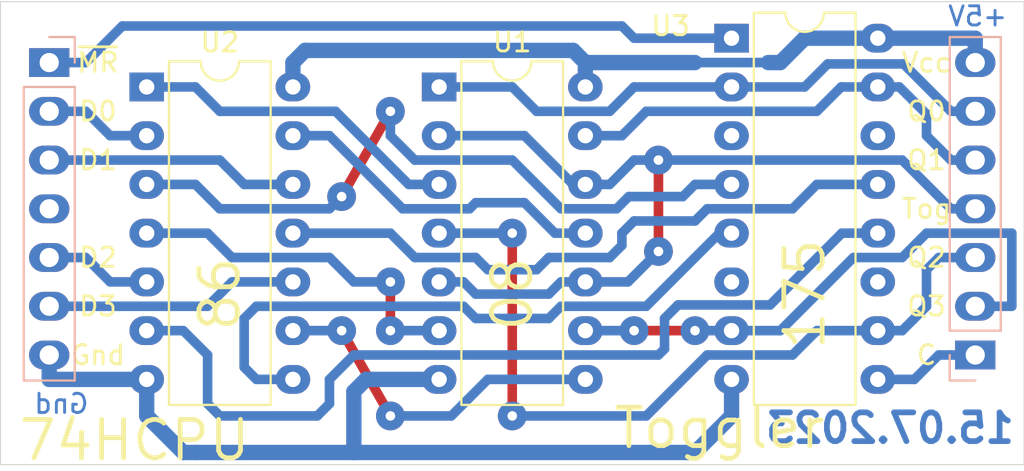
<source format=kicad_pcb>
(kicad_pcb (version 20171130) (host pcbnew "(5.1.8)-1")

  (general
    (thickness 1.6)
    (drawings 25)
    (tracks 202)
    (zones 0)
    (modules 5)
    (nets 27)
  )

  (page A4 portrait)
  (layers
    (0 F.Cu signal)
    (31 B.Cu signal)
    (32 B.Adhes user)
    (33 F.Adhes user)
    (34 B.Paste user)
    (35 F.Paste user)
    (36 B.SilkS user)
    (37 F.SilkS user)
    (38 B.Mask user)
    (39 F.Mask user)
    (40 Dwgs.User user)
    (41 Cmts.User user)
    (42 Eco1.User user)
    (43 Eco2.User user)
    (44 Edge.Cuts user)
    (45 Margin user)
    (46 B.CrtYd user)
    (47 F.CrtYd user)
    (48 B.Fab user)
    (49 F.Fab user)
  )

  (setup
    (last_trace_width 0.25)
    (user_trace_width 0.5)
    (user_trace_width 0.6)
    (user_trace_width 0.8)
    (trace_clearance 0.2)
    (zone_clearance 0.508)
    (zone_45_only no)
    (trace_min 0.2)
    (via_size 0.8)
    (via_drill 0.4)
    (via_min_size 0.4)
    (via_min_drill 0.3)
    (user_via 1.5 0.5)
    (uvia_size 0.3)
    (uvia_drill 0.1)
    (uvias_allowed no)
    (uvia_min_size 0.2)
    (uvia_min_drill 0.1)
    (edge_width 0.05)
    (segment_width 0.2)
    (pcb_text_width 0.3)
    (pcb_text_size 1.5 1.5)
    (mod_edge_width 0.12)
    (mod_text_size 1 1)
    (mod_text_width 0.15)
    (pad_size 1.524 1.524)
    (pad_drill 0.762)
    (pad_to_mask_clearance 0)
    (aux_axis_origin 0 0)
    (visible_elements 7FFFFFFF)
    (pcbplotparams
      (layerselection 0x010fc_ffffffff)
      (usegerberextensions false)
      (usegerberattributes true)
      (usegerberadvancedattributes true)
      (creategerberjobfile false)
      (excludeedgelayer true)
      (linewidth 0.100000)
      (plotframeref false)
      (viasonmask false)
      (mode 1)
      (useauxorigin false)
      (hpglpennumber 1)
      (hpglpenspeed 20)
      (hpglpendiameter 15.000000)
      (psnegative false)
      (psa4output false)
      (plotreference true)
      (plotvalue true)
      (plotinvisibletext false)
      (padsonsilk false)
      (subtractmaskfromsilk false)
      (outputformat 1)
      (mirror false)
      (drillshape 0)
      (scaleselection 1)
      (outputdirectory "gerber"))
  )

  (net 0 "")
  (net 1 /~MR)
  (net 2 /D0)
  (net 3 /D1)
  (net 4 /D2)
  (net 5 /D3)
  (net 6 /C)
  (net 7 GND)
  (net 8 VCC)
  (net 9 /Q0)
  (net 10 /Q1)
  (net 11 /Q2)
  (net 12 /Q3)
  (net 13 /Toggle)
  (net 14 "Net-(U1-Pad8)")
  (net 15 "Net-(U1-Pad3)")
  (net 16 "Net-(U1-Pad11)")
  (net 17 "Net-(U1-Pad6)")
  (net 18 "Net-(U3-Pad3)")
  (net 19 "Net-(U3-Pad11)")
  (net 20 "Net-(U3-Pad6)")
  (net 21 "Net-(U3-Pad14)")
  (net 22 /M2)
  (net 23 /M1)
  (net 24 /M0)
  (net 25 /M3)
  (net 26 "Net-(J1-Pad4)")

  (net_class Default "This is the default net class."
    (clearance 0.2)
    (trace_width 0.25)
    (via_dia 0.8)
    (via_drill 0.4)
    (uvia_dia 0.3)
    (uvia_drill 0.1)
    (add_net /C)
    (add_net /D0)
    (add_net /D1)
    (add_net /D2)
    (add_net /D3)
    (add_net /M0)
    (add_net /M1)
    (add_net /M2)
    (add_net /M3)
    (add_net /Q0)
    (add_net /Q1)
    (add_net /Q2)
    (add_net /Q3)
    (add_net /Toggle)
    (add_net /~MR)
    (add_net GND)
    (add_net "Net-(J1-Pad4)")
    (add_net "Net-(U1-Pad11)")
    (add_net "Net-(U1-Pad3)")
    (add_net "Net-(U1-Pad6)")
    (add_net "Net-(U1-Pad8)")
    (add_net "Net-(U3-Pad11)")
    (add_net "Net-(U3-Pad14)")
    (add_net "Net-(U3-Pad3)")
    (add_net "Net-(U3-Pad6)")
    (add_net VCC)
  )

  (module Connector_PinHeader_2.54mm:PinHeader_1x07_P2.54mm_Vertical (layer B.Cu) (tedit 59FED5CC) (tstamp 64B21474)
    (at 12.7 13.335 180)
    (descr "Through hole straight pin header, 1x07, 2.54mm pitch, single row")
    (tags "Through hole pin header THT 1x07 2.54mm single row")
    (path /64B4AD94)
    (fp_text reference J1 (at -2.54 0) (layer B.SilkS) hide
      (effects (font (size 1 1) (thickness 0.15)) (justify mirror))
    )
    (fp_text value Conn_01x07_Male (at -2.54 -6.35 270) (layer B.Fab)
      (effects (font (size 1 1) (thickness 0.15)) (justify mirror))
    )
    (fp_line (start 1.8 1.8) (end -1.8 1.8) (layer B.CrtYd) (width 0.05))
    (fp_line (start 1.8 -17.05) (end 1.8 1.8) (layer B.CrtYd) (width 0.05))
    (fp_line (start -1.8 -17.05) (end 1.8 -17.05) (layer B.CrtYd) (width 0.05))
    (fp_line (start -1.8 1.8) (end -1.8 -17.05) (layer B.CrtYd) (width 0.05))
    (fp_line (start -1.33 1.33) (end 0 1.33) (layer B.SilkS) (width 0.12))
    (fp_line (start -1.33 0) (end -1.33 1.33) (layer B.SilkS) (width 0.12))
    (fp_line (start -1.33 -1.27) (end 1.33 -1.27) (layer B.SilkS) (width 0.12))
    (fp_line (start 1.33 -1.27) (end 1.33 -16.57) (layer B.SilkS) (width 0.12))
    (fp_line (start -1.33 -1.27) (end -1.33 -16.57) (layer B.SilkS) (width 0.12))
    (fp_line (start -1.33 -16.57) (end 1.33 -16.57) (layer B.SilkS) (width 0.12))
    (fp_line (start -1.27 0.635) (end -0.635 1.27) (layer B.Fab) (width 0.1))
    (fp_line (start -1.27 -16.51) (end -1.27 0.635) (layer B.Fab) (width 0.1))
    (fp_line (start 1.27 -16.51) (end -1.27 -16.51) (layer B.Fab) (width 0.1))
    (fp_line (start 1.27 1.27) (end 1.27 -16.51) (layer B.Fab) (width 0.1))
    (fp_line (start -0.635 1.27) (end 1.27 1.27) (layer B.Fab) (width 0.1))
    (fp_text user %R (at 0 -7.62 270) (layer B.Fab)
      (effects (font (size 1 1) (thickness 0.15)) (justify mirror))
    )
    (pad 1 thru_hole rect (at 0 0 180) (size 2.1 1.5) (drill 1) (layers *.Cu *.Mask)
      (net 1 /~MR))
    (pad 2 thru_hole oval (at 0 -2.54 180) (size 2.1 1.5) (drill 1) (layers *.Cu *.Mask)
      (net 2 /D0))
    (pad 3 thru_hole oval (at 0 -5.08 180) (size 2.1 1.5) (drill 1) (layers *.Cu *.Mask)
      (net 3 /D1))
    (pad 4 thru_hole oval (at 0 -7.62 180) (size 2.1 1.5) (drill 1) (layers *.Cu *.Mask)
      (net 26 "Net-(J1-Pad4)"))
    (pad 5 thru_hole oval (at 0 -10.16 180) (size 2.1 1.5) (drill 1) (layers *.Cu *.Mask)
      (net 4 /D2))
    (pad 6 thru_hole oval (at 0 -12.7 180) (size 2.1 1.5) (drill 1) (layers *.Cu *.Mask)
      (net 5 /D3))
    (pad 7 thru_hole oval (at 0 -15.24 180) (size 2.1 1.5) (drill 1) (layers *.Cu *.Mask)
      (net 7 GND))
    (model ${KISYS3DMOD}/Connector_PinHeader_2.54mm.3dshapes/PinHeader_1x07_P2.54mm_Vertical.wrl
      (at (xyz 0 0 0))
      (scale (xyz 1 1 1))
      (rotate (xyz 0 0 0))
    )
  )

  (module Connector_PinHeader_2.54mm:PinHeader_1x07_P2.54mm_Vertical (layer B.Cu) (tedit 59FED5CC) (tstamp 64B2672A)
    (at 60.96 28.575)
    (descr "Through hole straight pin header, 1x07, 2.54mm pitch, single row")
    (tags "Through hole pin header THT 1x07 2.54mm single row")
    (path /64B4CB3A)
    (fp_text reference J2 (at 0 2.33) (layer B.SilkS) hide
      (effects (font (size 1 1) (thickness 0.15)) (justify mirror))
    )
    (fp_text value Conn_01x07_Male (at -2.54 -7.62 270) (layer B.Fab)
      (effects (font (size 1 1) (thickness 0.15)) (justify mirror))
    )
    (fp_line (start -0.635 1.27) (end 1.27 1.27) (layer B.Fab) (width 0.1))
    (fp_line (start 1.27 1.27) (end 1.27 -16.51) (layer B.Fab) (width 0.1))
    (fp_line (start 1.27 -16.51) (end -1.27 -16.51) (layer B.Fab) (width 0.1))
    (fp_line (start -1.27 -16.51) (end -1.27 0.635) (layer B.Fab) (width 0.1))
    (fp_line (start -1.27 0.635) (end -0.635 1.27) (layer B.Fab) (width 0.1))
    (fp_line (start -1.33 -16.57) (end 1.33 -16.57) (layer B.SilkS) (width 0.12))
    (fp_line (start -1.33 -1.27) (end -1.33 -16.57) (layer B.SilkS) (width 0.12))
    (fp_line (start 1.33 -1.27) (end 1.33 -16.57) (layer B.SilkS) (width 0.12))
    (fp_line (start -1.33 -1.27) (end 1.33 -1.27) (layer B.SilkS) (width 0.12))
    (fp_line (start -1.33 0) (end -1.33 1.33) (layer B.SilkS) (width 0.12))
    (fp_line (start -1.33 1.33) (end 0 1.33) (layer B.SilkS) (width 0.12))
    (fp_line (start -1.8 1.8) (end -1.8 -17.05) (layer B.CrtYd) (width 0.05))
    (fp_line (start -1.8 -17.05) (end 1.8 -17.05) (layer B.CrtYd) (width 0.05))
    (fp_line (start 1.8 -17.05) (end 1.8 1.8) (layer B.CrtYd) (width 0.05))
    (fp_line (start 1.8 1.8) (end -1.8 1.8) (layer B.CrtYd) (width 0.05))
    (fp_text user %R (at 0 -7.62 270) (layer B.Fab)
      (effects (font (size 1 1) (thickness 0.15)) (justify mirror))
    )
    (pad 7 thru_hole oval (at 0 -15.24) (size 2.1 1.5) (drill 1) (layers *.Cu *.Mask)
      (net 8 VCC))
    (pad 6 thru_hole oval (at 0 -12.7) (size 2.1 1.5) (drill 1) (layers *.Cu *.Mask)
      (net 9 /Q0))
    (pad 5 thru_hole oval (at 0 -10.16) (size 2.1 1.5) (drill 1) (layers *.Cu *.Mask)
      (net 10 /Q1))
    (pad 4 thru_hole oval (at 0 -7.62) (size 2.1 1.5) (drill 1) (layers *.Cu *.Mask)
      (net 13 /Toggle))
    (pad 3 thru_hole oval (at 0 -5.08) (size 2.1 1.5) (drill 1) (layers *.Cu *.Mask)
      (net 11 /Q2))
    (pad 2 thru_hole oval (at 0 -2.54) (size 2.1 1.5) (drill 1) (layers *.Cu *.Mask)
      (net 12 /Q3))
    (pad 1 thru_hole rect (at 0 0) (size 2.1 1.5) (drill 1) (layers *.Cu *.Mask)
      (net 6 /C))
    (model ${KISYS3DMOD}/Connector_PinHeader_2.54mm.3dshapes/PinHeader_1x07_P2.54mm_Vertical.wrl
      (at (xyz 0 0 0))
      (scale (xyz 1 1 1))
      (rotate (xyz 0 0 0))
    )
  )

  (module Package_DIP:DIP-14_W7.62mm (layer F.Cu) (tedit 5A02E8C5) (tstamp 64B214B1)
    (at 33.02 14.605)
    (descr "14-lead though-hole mounted DIP package, row spacing 7.62 mm (300 mils)")
    (tags "THT DIP DIL PDIP 2.54mm 7.62mm 300mil")
    (path /64B1CD71)
    (fp_text reference U1 (at 3.81 -2.33) (layer F.SilkS)
      (effects (font (size 1 1) (thickness 0.15)))
    )
    (fp_text value 74LS08 (at 3.81 17.57) (layer F.Fab)
      (effects (font (size 1 1) (thickness 0.15)))
    )
    (fp_line (start 8.7 -1.55) (end -1.1 -1.55) (layer F.CrtYd) (width 0.05))
    (fp_line (start 8.7 16.8) (end 8.7 -1.55) (layer F.CrtYd) (width 0.05))
    (fp_line (start -1.1 16.8) (end 8.7 16.8) (layer F.CrtYd) (width 0.05))
    (fp_line (start -1.1 -1.55) (end -1.1 16.8) (layer F.CrtYd) (width 0.05))
    (fp_line (start 6.46 -1.33) (end 4.81 -1.33) (layer F.SilkS) (width 0.12))
    (fp_line (start 6.46 16.57) (end 6.46 -1.33) (layer F.SilkS) (width 0.12))
    (fp_line (start 1.16 16.57) (end 6.46 16.57) (layer F.SilkS) (width 0.12))
    (fp_line (start 1.16 -1.33) (end 1.16 16.57) (layer F.SilkS) (width 0.12))
    (fp_line (start 2.81 -1.33) (end 1.16 -1.33) (layer F.SilkS) (width 0.12))
    (fp_line (start 0.635 -0.27) (end 1.635 -1.27) (layer F.Fab) (width 0.1))
    (fp_line (start 0.635 16.51) (end 0.635 -0.27) (layer F.Fab) (width 0.1))
    (fp_line (start 6.985 16.51) (end 0.635 16.51) (layer F.Fab) (width 0.1))
    (fp_line (start 6.985 -1.27) (end 6.985 16.51) (layer F.Fab) (width 0.1))
    (fp_line (start 1.635 -1.27) (end 6.985 -1.27) (layer F.Fab) (width 0.1))
    (fp_arc (start 3.81 -1.33) (end 2.81 -1.33) (angle -180) (layer F.SilkS) (width 0.12))
    (fp_text user %R (at 3.81 7.62) (layer F.Fab)
      (effects (font (size 1 1) (thickness 0.15)))
    )
    (pad 1 thru_hole rect (at 0 0) (size 1.8 1.5) (drill 0.8) (layers *.Cu *.Mask)
      (net 9 /Q0))
    (pad 8 thru_hole oval (at 7.62 15.24) (size 1.8 1.5) (drill 0.8) (layers *.Cu *.Mask)
      (net 14 "Net-(U1-Pad8)"))
    (pad 2 thru_hole oval (at 0 2.54) (size 1.8 1.5) (drill 0.8) (layers *.Cu *.Mask)
      (net 13 /Toggle))
    (pad 9 thru_hole oval (at 7.62 12.7) (size 1.8 1.5) (drill 0.8) (layers *.Cu *.Mask)
      (net 12 /Q3))
    (pad 3 thru_hole oval (at 0 5.08) (size 1.8 1.5) (drill 0.8) (layers *.Cu *.Mask)
      (net 15 "Net-(U1-Pad3)"))
    (pad 10 thru_hole oval (at 7.62 10.16) (size 1.8 1.5) (drill 0.8) (layers *.Cu *.Mask)
      (net 13 /Toggle))
    (pad 4 thru_hole oval (at 0 7.62) (size 1.8 1.5) (drill 0.8) (layers *.Cu *.Mask)
      (net 11 /Q2))
    (pad 11 thru_hole oval (at 7.62 7.62) (size 1.8 1.5) (drill 0.8) (layers *.Cu *.Mask)
      (net 16 "Net-(U1-Pad11)"))
    (pad 5 thru_hole oval (at 0 10.16) (size 1.8 1.5) (drill 0.8) (layers *.Cu *.Mask)
      (net 13 /Toggle))
    (pad 12 thru_hole oval (at 7.62 5.08) (size 1.8 1.5) (drill 0.8) (layers *.Cu *.Mask)
      (net 13 /Toggle))
    (pad 6 thru_hole oval (at 0 12.7) (size 1.8 1.5) (drill 0.8) (layers *.Cu *.Mask)
      (net 17 "Net-(U1-Pad6)"))
    (pad 13 thru_hole oval (at 7.62 2.54) (size 1.8 1.5) (drill 0.8) (layers *.Cu *.Mask)
      (net 10 /Q1))
    (pad 7 thru_hole oval (at 0 15.24) (size 1.8 1.5) (drill 0.8) (layers *.Cu *.Mask)
      (net 7 GND))
    (pad 14 thru_hole oval (at 7.62 0) (size 1.8 1.5) (drill 0.8) (layers *.Cu *.Mask)
      (net 8 VCC))
    (model ${KISYS3DMOD}/Package_DIP.3dshapes/DIP-14_W7.62mm.wrl
      (at (xyz 0 0 0))
      (scale (xyz 1 1 1))
      (rotate (xyz 0 0 0))
    )
  )

  (module Package_DIP:DIP-14_W7.62mm (layer F.Cu) (tedit 5A02E8C5) (tstamp 64B214D3)
    (at 17.78 14.605)
    (descr "14-lead though-hole mounted DIP package, row spacing 7.62 mm (300 mils)")
    (tags "THT DIP DIL PDIP 2.54mm 7.62mm 300mil")
    (path /64B23714)
    (fp_text reference U2 (at 3.81 -2.33) (layer F.SilkS)
      (effects (font (size 1 1) (thickness 0.15)))
    )
    (fp_text value 74LS86 (at 3.81 17.57) (layer F.Fab)
      (effects (font (size 1 1) (thickness 0.15)))
    )
    (fp_line (start 1.635 -1.27) (end 6.985 -1.27) (layer F.Fab) (width 0.1))
    (fp_line (start 6.985 -1.27) (end 6.985 16.51) (layer F.Fab) (width 0.1))
    (fp_line (start 6.985 16.51) (end 0.635 16.51) (layer F.Fab) (width 0.1))
    (fp_line (start 0.635 16.51) (end 0.635 -0.27) (layer F.Fab) (width 0.1))
    (fp_line (start 0.635 -0.27) (end 1.635 -1.27) (layer F.Fab) (width 0.1))
    (fp_line (start 2.81 -1.33) (end 1.16 -1.33) (layer F.SilkS) (width 0.12))
    (fp_line (start 1.16 -1.33) (end 1.16 16.57) (layer F.SilkS) (width 0.12))
    (fp_line (start 1.16 16.57) (end 6.46 16.57) (layer F.SilkS) (width 0.12))
    (fp_line (start 6.46 16.57) (end 6.46 -1.33) (layer F.SilkS) (width 0.12))
    (fp_line (start 6.46 -1.33) (end 4.81 -1.33) (layer F.SilkS) (width 0.12))
    (fp_line (start -1.1 -1.55) (end -1.1 16.8) (layer F.CrtYd) (width 0.05))
    (fp_line (start -1.1 16.8) (end 8.7 16.8) (layer F.CrtYd) (width 0.05))
    (fp_line (start 8.7 16.8) (end 8.7 -1.55) (layer F.CrtYd) (width 0.05))
    (fp_line (start 8.7 -1.55) (end -1.1 -1.55) (layer F.CrtYd) (width 0.05))
    (fp_text user %R (at 3.81 7.62) (layer F.Fab)
      (effects (font (size 1 1) (thickness 0.15)))
    )
    (fp_arc (start 3.81 -1.33) (end 2.81 -1.33) (angle -180) (layer F.SilkS) (width 0.12))
    (pad 14 thru_hole oval (at 7.62 0) (size 1.8 1.5) (drill 0.8) (layers *.Cu *.Mask)
      (net 8 VCC))
    (pad 7 thru_hole oval (at 0 15.24) (size 1.8 1.5) (drill 0.8) (layers *.Cu *.Mask)
      (net 7 GND))
    (pad 13 thru_hole oval (at 7.62 2.54) (size 1.8 1.5) (drill 0.8) (layers *.Cu *.Mask)
      (net 16 "Net-(U1-Pad11)"))
    (pad 6 thru_hole oval (at 0 12.7) (size 1.8 1.5) (drill 0.8) (layers *.Cu *.Mask)
      (net 22 /M2))
    (pad 12 thru_hole oval (at 7.62 5.08) (size 1.8 1.5) (drill 0.8) (layers *.Cu *.Mask)
      (net 3 /D1))
    (pad 5 thru_hole oval (at 0 10.16) (size 1.8 1.5) (drill 0.8) (layers *.Cu *.Mask)
      (net 4 /D2))
    (pad 11 thru_hole oval (at 7.62 7.62) (size 1.8 1.5) (drill 0.8) (layers *.Cu *.Mask)
      (net 23 /M1))
    (pad 4 thru_hole oval (at 0 7.62) (size 1.8 1.5) (drill 0.8) (layers *.Cu *.Mask)
      (net 17 "Net-(U1-Pad6)"))
    (pad 10 thru_hole oval (at 7.62 10.16) (size 1.8 1.5) (drill 0.8) (layers *.Cu *.Mask)
      (net 5 /D3))
    (pad 3 thru_hole oval (at 0 5.08) (size 1.8 1.5) (drill 0.8) (layers *.Cu *.Mask)
      (net 24 /M0))
    (pad 9 thru_hole oval (at 7.62 12.7) (size 1.8 1.5) (drill 0.8) (layers *.Cu *.Mask)
      (net 14 "Net-(U1-Pad8)"))
    (pad 2 thru_hole oval (at 0 2.54) (size 1.8 1.5) (drill 0.8) (layers *.Cu *.Mask)
      (net 2 /D0))
    (pad 8 thru_hole oval (at 7.62 15.24) (size 1.8 1.5) (drill 0.8) (layers *.Cu *.Mask)
      (net 25 /M3))
    (pad 1 thru_hole rect (at 0 0) (size 1.8 1.5) (drill 0.8) (layers *.Cu *.Mask)
      (net 15 "Net-(U1-Pad3)"))
    (model ${KISYS3DMOD}/Package_DIP.3dshapes/DIP-14_W7.62mm.wrl
      (at (xyz 0 0 0))
      (scale (xyz 1 1 1))
      (rotate (xyz 0 0 0))
    )
  )

  (module Package_DIP:DIP-16_W7.62mm (layer F.Cu) (tedit 5A02E8C5) (tstamp 64B214F7)
    (at 48.26 12.065)
    (descr "16-lead though-hole mounted DIP package, row spacing 7.62 mm (300 mils)")
    (tags "THT DIP DIL PDIP 2.54mm 7.62mm 300mil")
    (path /64B1BA6C)
    (fp_text reference U3 (at -3.175 -0.635) (layer F.SilkS)
      (effects (font (size 1 1) (thickness 0.15)))
    )
    (fp_text value 74LS175 (at 3.81 20.11) (layer F.Fab)
      (effects (font (size 1 1) (thickness 0.15)))
    )
    (fp_line (start 8.7 -1.55) (end -1.1 -1.55) (layer F.CrtYd) (width 0.05))
    (fp_line (start 8.7 19.3) (end 8.7 -1.55) (layer F.CrtYd) (width 0.05))
    (fp_line (start -1.1 19.3) (end 8.7 19.3) (layer F.CrtYd) (width 0.05))
    (fp_line (start -1.1 -1.55) (end -1.1 19.3) (layer F.CrtYd) (width 0.05))
    (fp_line (start 6.46 -1.33) (end 4.81 -1.33) (layer F.SilkS) (width 0.12))
    (fp_line (start 6.46 19.11) (end 6.46 -1.33) (layer F.SilkS) (width 0.12))
    (fp_line (start 1.16 19.11) (end 6.46 19.11) (layer F.SilkS) (width 0.12))
    (fp_line (start 1.16 -1.33) (end 1.16 19.11) (layer F.SilkS) (width 0.12))
    (fp_line (start 2.81 -1.33) (end 1.16 -1.33) (layer F.SilkS) (width 0.12))
    (fp_line (start 0.635 -0.27) (end 1.635 -1.27) (layer F.Fab) (width 0.1))
    (fp_line (start 0.635 19.05) (end 0.635 -0.27) (layer F.Fab) (width 0.1))
    (fp_line (start 6.985 19.05) (end 0.635 19.05) (layer F.Fab) (width 0.1))
    (fp_line (start 6.985 -1.27) (end 6.985 19.05) (layer F.Fab) (width 0.1))
    (fp_line (start 1.635 -1.27) (end 6.985 -1.27) (layer F.Fab) (width 0.1))
    (fp_arc (start 3.81 -1.33) (end 2.81 -1.33) (angle -180) (layer F.SilkS) (width 0.12))
    (fp_text user %R (at 3.81 8.89) (layer F.Fab)
      (effects (font (size 1 1) (thickness 0.15)))
    )
    (pad 1 thru_hole rect (at 0 0) (size 1.8 1.5) (drill 0.8) (layers *.Cu *.Mask)
      (net 1 /~MR))
    (pad 9 thru_hole oval (at 7.62 17.78) (size 1.8 1.5) (drill 0.8) (layers *.Cu *.Mask)
      (net 6 /C))
    (pad 2 thru_hole oval (at 0 2.54) (size 1.8 1.5) (drill 0.8) (layers *.Cu *.Mask)
      (net 9 /Q0))
    (pad 10 thru_hole oval (at 7.62 15.24) (size 1.8 1.5) (drill 0.8) (layers *.Cu *.Mask)
      (net 11 /Q2))
    (pad 3 thru_hole oval (at 0 5.08) (size 1.8 1.5) (drill 0.8) (layers *.Cu *.Mask)
      (net 18 "Net-(U3-Pad3)"))
    (pad 11 thru_hole oval (at 7.62 12.7) (size 1.8 1.5) (drill 0.8) (layers *.Cu *.Mask)
      (net 19 "Net-(U3-Pad11)"))
    (pad 4 thru_hole oval (at 0 7.62) (size 1.8 1.5) (drill 0.8) (layers *.Cu *.Mask)
      (net 24 /M0))
    (pad 12 thru_hole oval (at 7.62 10.16) (size 1.8 1.5) (drill 0.8) (layers *.Cu *.Mask)
      (net 22 /M2))
    (pad 5 thru_hole oval (at 0 10.16) (size 1.8 1.5) (drill 0.8) (layers *.Cu *.Mask)
      (net 25 /M3))
    (pad 13 thru_hole oval (at 7.62 7.62) (size 1.8 1.5) (drill 0.8) (layers *.Cu *.Mask)
      (net 23 /M1))
    (pad 6 thru_hole oval (at 0 12.7) (size 1.8 1.5) (drill 0.8) (layers *.Cu *.Mask)
      (net 20 "Net-(U3-Pad6)"))
    (pad 14 thru_hole oval (at 7.62 5.08) (size 1.8 1.5) (drill 0.8) (layers *.Cu *.Mask)
      (net 21 "Net-(U3-Pad14)"))
    (pad 7 thru_hole oval (at 0 15.24) (size 1.8 1.5) (drill 0.8) (layers *.Cu *.Mask)
      (net 12 /Q3))
    (pad 15 thru_hole oval (at 7.62 2.54) (size 1.8 1.5) (drill 0.8) (layers *.Cu *.Mask)
      (net 10 /Q1))
    (pad 8 thru_hole oval (at 0 17.78) (size 1.8 1.5) (drill 0.8) (layers *.Cu *.Mask)
      (net 7 GND))
    (pad 16 thru_hole oval (at 7.62 0) (size 1.8 1.5) (drill 0.8) (layers *.Cu *.Mask)
      (net 8 VCC))
    (model ${KISYS3DMOD}/Package_DIP.3dshapes/DIP-16_W7.62mm.wrl
      (at (xyz 0 0 0))
      (scale (xyz 1 1 1))
      (rotate (xyz 0 0 0))
    )
  )

  (gr_text 74HCPU (at 17.145 33.02) (layer F.SilkS) (tstamp 64B29738)
    (effects (font (size 2 2) (thickness 0.25)))
  )
  (gr_text +5V (at 61.087 10.922) (layer B.Cu) (tstamp 64B29657)
    (effects (font (size 1 1) (thickness 0.15)) (justify mirror))
  )
  (gr_text Gnd (at 13.335 31.115) (layer B.Cu)
    (effects (font (size 1 1) (thickness 0.15)) (justify mirror))
  )
  (gr_text 15.07.2023 (at 56.515 32.385) (layer B.Cu)
    (effects (font (size 1.5 1.5) (thickness 0.3)) (justify mirror))
  )
  (gr_text Toggler (at 47.625 32.385) (layer F.SilkS)
    (effects (font (size 2 2) (thickness 0.25)))
  )
  (gr_text Vcc (at 58.42 13.335) (layer F.SilkS)
    (effects (font (size 1 1) (thickness 0.15)))
  )
  (gr_text Q0 (at 58.42 15.875) (layer F.SilkS)
    (effects (font (size 1 1) (thickness 0.15)))
  )
  (gr_text Q1 (at 58.42 18.415) (layer F.SilkS)
    (effects (font (size 1 1) (thickness 0.15)))
  )
  (gr_text Tog (at 58.42 20.955) (layer F.SilkS)
    (effects (font (size 1 1) (thickness 0.15)))
  )
  (gr_text Q2 (at 58.42 23.495) (layer F.SilkS)
    (effects (font (size 1 1) (thickness 0.15)))
  )
  (gr_text Q3 (at 58.42 26.035) (layer F.SilkS)
    (effects (font (size 1 1) (thickness 0.15)))
  )
  (gr_text C (at 58.42 28.575) (layer F.SilkS)
    (effects (font (size 1 1) (thickness 0.15)))
  )
  (gr_text Gnd (at 15.24 28.575) (layer F.SilkS)
    (effects (font (size 1 1) (thickness 0.15)))
  )
  (gr_text D3 (at 15.24 26.035) (layer F.SilkS)
    (effects (font (size 1 1) (thickness 0.15)))
  )
  (gr_text D2 (at 15.24 23.495) (layer F.SilkS)
    (effects (font (size 1 1) (thickness 0.15)))
  )
  (gr_text D1 (at 15.24 18.415) (layer F.SilkS)
    (effects (font (size 1 1) (thickness 0.15)))
  )
  (gr_text D0 (at 15.24 15.875) (layer F.SilkS)
    (effects (font (size 1 1) (thickness 0.15)))
  )
  (gr_text ~MR (at 15.24 13.335) (layer F.SilkS)
    (effects (font (size 1 1) (thickness 0.15)))
  )
  (gr_text 175 (at 52.07 25.4 90) (layer F.SilkS) (tstamp 64B28F5E)
    (effects (font (size 2 2) (thickness 0.25)))
  )
  (gr_text 08 (at 36.83 25.4 90) (layer F.SilkS) (tstamp 64B28F5E)
    (effects (font (size 2 2) (thickness 0.25)))
  )
  (gr_text 86 (at 21.59 25.4 90) (layer F.SilkS)
    (effects (font (size 2 2) (thickness 0.25)))
  )
  (gr_line (start 10.16 34.29) (end 10.16 10.16) (layer Edge.Cuts) (width 0.05) (tstamp 64B219C4))
  (gr_line (start 63.5 34.29) (end 10.16 34.29) (layer Edge.Cuts) (width 0.05))
  (gr_line (start 63.5 10.16) (end 63.5 34.29) (layer Edge.Cuts) (width 0.05))
  (gr_line (start 10.16 10.16) (end 63.5 10.16) (layer Edge.Cuts) (width 0.05))

  (segment (start 43.18 12.065) (end 48.26 12.065) (width 0.5) (layer B.Cu) (net 1))
  (segment (start 42.545 11.43) (end 43.18 12.065) (width 0.5) (layer B.Cu) (net 1))
  (segment (start 16.51 11.43) (end 42.545 11.43) (width 0.5) (layer B.Cu) (net 1))
  (segment (start 14.605 13.335) (end 16.51 11.43) (width 0.5) (layer B.Cu) (net 1))
  (segment (start 12.7 13.335) (end 14.605 13.335) (width 0.5) (layer B.Cu) (net 1))
  (segment (start 14.605 15.875) (end 12.7 15.875) (width 0.5) (layer B.Cu) (net 2))
  (segment (start 15.875 17.145) (end 14.605 15.875) (width 0.5) (layer B.Cu) (net 2))
  (segment (start 17.78 17.145) (end 15.875 17.145) (width 0.5) (layer B.Cu) (net 2))
  (segment (start 22.86 19.685) (end 25.4 19.685) (width 0.5) (layer B.Cu) (net 3))
  (segment (start 21.59 18.415) (end 22.86 19.685) (width 0.5) (layer B.Cu) (net 3))
  (segment (start 12.7 18.415) (end 21.59 18.415) (width 0.5) (layer B.Cu) (net 3))
  (segment (start 14.605 23.495) (end 12.7 23.495) (width 0.5) (layer B.Cu) (net 4))
  (segment (start 15.875 24.765) (end 14.605 23.495) (width 0.5) (layer B.Cu) (net 4))
  (segment (start 17.78 24.765) (end 15.875 24.765) (width 0.5) (layer B.Cu) (net 4))
  (segment (start 22.225 24.765) (end 25.4 24.765) (width 0.5) (layer B.Cu) (net 5))
  (segment (start 20.955 26.035) (end 22.225 24.765) (width 0.5) (layer B.Cu) (net 5))
  (segment (start 12.7 26.035) (end 20.955 26.035) (width 0.5) (layer B.Cu) (net 5))
  (segment (start 59.69 28.575) (end 60.96 28.575) (width 0.5) (layer B.Cu) (net 6))
  (segment (start 59.055 28.575) (end 59.69 28.575) (width 0.5) (layer B.Cu) (net 6))
  (segment (start 57.785 29.845) (end 59.055 28.575) (width 0.5) (layer B.Cu) (net 6))
  (segment (start 55.88 29.845) (end 57.785 29.845) (width 0.5) (layer B.Cu) (net 6))
  (segment (start 17.78 29.845) (end 17.78 31.75) (width 0.8) (layer B.Cu) (net 7))
  (segment (start 28.575 33.655) (end 46.355 33.655) (width 0.8) (layer B.Cu) (net 7))
  (segment (start 48.26 31.75) (end 48.26 29.845) (width 0.8) (layer B.Cu) (net 7))
  (segment (start 46.355 33.655) (end 48.26 31.75) (width 0.8) (layer B.Cu) (net 7))
  (segment (start 17.78 29.845) (end 13.97 29.845) (width 0.8) (layer B.Cu) (net 7))
  (segment (start 12.7 28.575) (end 12.7 29.845) (width 0.8) (layer B.Cu) (net 7))
  (segment (start 12.7 29.845) (end 13.97 29.845) (width 0.8) (layer B.Cu) (net 7))
  (segment (start 20.32 33.655) (end 28.575 33.655) (width 0.8) (layer B.Cu) (net 7))
  (segment (start 33.02 29.845) (end 29.21 29.845) (width 0.8) (layer B.Cu) (net 7))
  (segment (start 28.575 30.48) (end 28.575 33.655) (width 0.8) (layer B.Cu) (net 7))
  (segment (start 29.21 29.845) (end 28.575 30.48) (width 0.8) (layer B.Cu) (net 7))
  (segment (start 19.685 33.655) (end 20.32 33.655) (width 0.8) (layer B.Cu) (net 7))
  (segment (start 17.78 31.75) (end 19.685 33.655) (width 0.8) (layer B.Cu) (net 7))
  (segment (start 55.88 12.065) (end 60.96 12.065) (width 0.8) (layer B.Cu) (net 8))
  (segment (start 26.035 12.7) (end 40.005 12.7) (width 0.8) (layer B.Cu) (net 8))
  (segment (start 40.005 12.7) (end 40.64 13.335) (width 0.8) (layer B.Cu) (net 8))
  (segment (start 25.4 13.335) (end 26.035 12.7) (width 0.8) (layer B.Cu) (net 8))
  (segment (start 25.4 14.605) (end 25.4 13.335) (width 0.8) (layer B.Cu) (net 8))
  (segment (start 40.64 13.335) (end 40.64 14.605) (width 0.8) (layer B.Cu) (net 8))
  (segment (start 40.64 13.335) (end 46.355 13.335) (width 0.8) (layer B.Cu) (net 8))
  (segment (start 50.165 13.335) (end 50.8 13.335) (width 0.8) (layer B.Cu) (net 8))
  (segment (start 50.165 13.335) (end 40.64 13.335) (width 0.5) (layer B.Cu) (net 8))
  (segment (start 50.8 13.335) (end 52.07 12.065) (width 0.8) (layer B.Cu) (net 8))
  (segment (start 52.07 12.065) (end 55.88 12.065) (width 0.8) (layer B.Cu) (net 8))
  (segment (start 60.96 12.065) (end 60.96 13.335) (width 0.8) (layer B.Cu) (net 8))
  (segment (start 52.07 14.605) (end 53.27001 13.40499) (width 0.5) (layer B.Cu) (net 9))
  (segment (start 48.26 14.605) (end 52.07 14.605) (width 0.5) (layer B.Cu) (net 9))
  (segment (start 43.18 14.605) (end 48.26 14.605) (width 0.5) (layer B.Cu) (net 9))
  (segment (start 41.91 15.875) (end 43.18 14.605) (width 0.5) (layer B.Cu) (net 9))
  (segment (start 38.1 15.875) (end 41.91 15.875) (width 0.5) (layer B.Cu) (net 9))
  (segment (start 36.83 14.605) (end 38.1 15.875) (width 0.5) (layer B.Cu) (net 9))
  (segment (start 33.02 14.605) (end 36.83 14.605) (width 0.5) (layer B.Cu) (net 9))
  (segment (start 60.96 15.875) (end 59.69 15.875) (width 0.5) (layer B.Cu) (net 9))
  (segment (start 59.69 15.875) (end 57.21999 13.40499) (width 0.5) (layer B.Cu) (net 9))
  (segment (start 53.27001 13.40499) (end 57.21999 13.40499) (width 0.5) (layer B.Cu) (net 9))
  (segment (start 42.545 17.145) (end 40.64 17.145) (width 0.5) (layer B.Cu) (net 10))
  (segment (start 43.815 15.875) (end 42.545 17.145) (width 0.5) (layer B.Cu) (net 10))
  (segment (start 52.705 15.875) (end 43.815 15.875) (width 0.5) (layer B.Cu) (net 10))
  (segment (start 53.975 14.605) (end 52.705 15.875) (width 0.5) (layer B.Cu) (net 10))
  (segment (start 55.88 14.605) (end 53.975 14.605) (width 0.5) (layer B.Cu) (net 10))
  (segment (start 58.42 17.145) (end 59.69 18.415) (width 0.5) (layer B.Cu) (net 10))
  (segment (start 58.42 16.0197) (end 58.42 17.145) (width 0.5) (layer B.Cu) (net 10))
  (segment (start 59.69 18.415) (end 60.96 18.415) (width 0.5) (layer B.Cu) (net 10))
  (segment (start 57.0053 14.605) (end 58.42 16.0197) (width 0.5) (layer B.Cu) (net 10))
  (segment (start 55.88 14.605) (end 57.0053 14.605) (width 0.5) (layer B.Cu) (net 10))
  (via (at 36.83 31.75) (size 1.5) (drill 0.5) (layers F.Cu B.Cu) (net 11))
  (segment (start 33.02 22.225) (end 36.83 22.225) (width 0.5) (layer B.Cu) (net 11))
  (segment (start 36.195 22.225) (end 36.195 22.225) (width 0.5) (layer B.Cu) (net 11) (tstamp 64B268BA))
  (via (at 36.83 22.225) (size 1.5) (drill 0.5) (layers F.Cu B.Cu) (net 11))
  (segment (start 36.83 31.75) (end 36.83 22.225) (width 0.5) (layer F.Cu) (net 11))
  (segment (start 57.15 27.305) (end 55.88 27.305) (width 0.5) (layer B.Cu) (net 11))
  (segment (start 43.815 31.75) (end 36.83 31.75) (width 0.5) (layer B.Cu) (net 11))
  (segment (start 51.435 28.575) (end 46.99 28.575) (width 0.5) (layer B.Cu) (net 11))
  (segment (start 52.705 27.305) (end 51.435 28.575) (width 0.5) (layer B.Cu) (net 11))
  (segment (start 46.99 28.575) (end 43.815 31.75) (width 0.5) (layer B.Cu) (net 11))
  (segment (start 55.88 27.305) (end 52.705 27.305) (width 0.5) (layer B.Cu) (net 11))
  (segment (start 60.96 23.495) (end 59.055 23.495) (width 0.5) (layer B.Cu) (net 11))
  (segment (start 59.055 23.495) (end 58.42 24.13) (width 0.5) (layer B.Cu) (net 11))
  (segment (start 58.42 24.13) (end 58.42 26.035) (width 0.5) (layer B.Cu) (net 11))
  (segment (start 57.15 27.305) (end 58.42 26.035) (width 0.5) (layer B.Cu) (net 11))
  (segment (start 40.64 27.305) (end 43.18 27.305) (width 0.5) (layer B.Cu) (net 12))
  (segment (start 43.18 27.305) (end 46.355 27.305) (width 0.5) (layer F.Cu) (net 12) (tstamp 64B25CD6))
  (via (at 43.18 27.305) (size 1.5) (drill 0.5) (layers F.Cu B.Cu) (net 12))
  (segment (start 46.355 27.305) (end 48.26 27.305) (width 0.5) (layer B.Cu) (net 12) (tstamp 64B25CDF))
  (via (at 46.355 27.305) (size 1.5) (drill 0.5) (layers F.Cu B.Cu) (net 12))
  (segment (start 62.865 22.225) (end 62.865 26.035) (width 0.5) (layer B.Cu) (net 12))
  (segment (start 62.865 26.035) (end 60.96 26.035) (width 0.5) (layer B.Cu) (net 12))
  (segment (start 50.8 27.305) (end 54.61 23.495) (width 0.5) (layer B.Cu) (net 12))
  (segment (start 48.26 27.305) (end 50.8 27.305) (width 0.5) (layer B.Cu) (net 12))
  (segment (start 57.15 23.495) (end 58.1025 22.5425) (width 0.5) (layer B.Cu) (net 12))
  (segment (start 54.61 23.495) (end 57.15 23.495) (width 0.5) (layer B.Cu) (net 12))
  (segment (start 58.42 22.225) (end 58.1025 22.5425) (width 0.5) (layer B.Cu) (net 12))
  (segment (start 62.865 22.225) (end 58.42 22.225) (width 0.5) (layer B.Cu) (net 12))
  (segment (start 44.45 18.415) (end 44.45 23.495) (width 0.5) (layer F.Cu) (net 13))
  (via (at 44.45 18.415) (size 1.5) (drill 0.5) (layers F.Cu B.Cu) (net 13))
  (via (at 44.45 23.1775) (size 1.5) (drill 0.5) (layers F.Cu B.Cu) (net 13))
  (segment (start 40.005 19.685) (end 40.64 19.685) (width 0.5) (layer B.Cu) (net 13))
  (segment (start 37.465 17.145) (end 40.005 19.685) (width 0.5) (layer B.Cu) (net 13))
  (segment (start 33.02 17.145) (end 37.465 17.145) (width 0.5) (layer B.Cu) (net 13))
  (segment (start 43.18 24.4475) (end 44.45 23.1775) (width 0.5) (layer B.Cu) (net 13))
  (segment (start 42.8625 24.765) (end 43.18 24.4475) (width 0.5) (layer B.Cu) (net 13))
  (segment (start 40.64 24.765) (end 42.8625 24.765) (width 0.5) (layer B.Cu) (net 13))
  (segment (start 57.15 18.415) (end 59.69 20.955) (width 0.5) (layer B.Cu) (net 13))
  (segment (start 59.69 20.955) (end 60.96 20.955) (width 0.5) (layer B.Cu) (net 13))
  (segment (start 43.18 18.415) (end 57.15 18.415) (width 0.5) (layer B.Cu) (net 13))
  (segment (start 41.91 19.685) (end 43.18 18.415) (width 0.5) (layer B.Cu) (net 13))
  (segment (start 40.64 19.685) (end 41.91 19.685) (width 0.5) (layer B.Cu) (net 13))
  (segment (start 34.29 24.765) (end 34.925 25.4) (width 0.5) (layer B.Cu) (net 13))
  (segment (start 33.02 24.765) (end 34.29 24.765) (width 0.5) (layer B.Cu) (net 13))
  (segment (start 34.925 25.4) (end 38.735 25.4) (width 0.5) (layer B.Cu) (net 13))
  (segment (start 38.735 25.4) (end 39.37 24.765) (width 0.5) (layer B.Cu) (net 13))
  (segment (start 39.37 24.765) (end 40.64 24.765) (width 0.5) (layer B.Cu) (net 13))
  (via (at 30.48 31.75) (size 1.5) (drill 0.5) (layers F.Cu B.Cu) (net 14))
  (segment (start 25.4 27.305) (end 27.94 27.305) (width 0.5) (layer B.Cu) (net 14))
  (segment (start 27.94 27.305) (end 27.94 27.305) (width 0.5) (layer B.Cu) (net 14) (tstamp 64B28C18))
  (via (at 27.94 27.305) (size 1.5) (drill 0.5) (layers F.Cu B.Cu) (net 14))
  (segment (start 27.94 27.305) (end 30.48 31.75) (width 0.5) (layer F.Cu) (net 14))
  (segment (start 33.655 31.75) (end 30.48 31.75) (width 0.5) (layer B.Cu) (net 14))
  (segment (start 35.56 29.845) (end 33.655 31.75) (width 0.5) (layer B.Cu) (net 14))
  (segment (start 40.64 29.845) (end 35.56 29.845) (width 0.5) (layer B.Cu) (net 14))
  (segment (start 31.75 19.685) (end 33.02 19.685) (width 0.5) (layer B.Cu) (net 15))
  (segment (start 31.4325 19.685) (end 31.75 19.685) (width 0.5) (layer B.Cu) (net 15))
  (segment (start 27.6225 15.875) (end 31.4325 19.685) (width 0.5) (layer B.Cu) (net 15))
  (segment (start 21.59 15.875) (end 27.6225 15.875) (width 0.5) (layer B.Cu) (net 15))
  (segment (start 20.32 14.605) (end 21.59 15.875) (width 0.5) (layer B.Cu) (net 15))
  (segment (start 17.78 14.605) (end 20.32 14.605) (width 0.5) (layer B.Cu) (net 15))
  (segment (start 39.0525 22.225) (end 40.64 22.225) (width 0.5) (layer B.Cu) (net 16))
  (segment (start 37.465 20.6375) (end 39.0525 22.225) (width 0.5) (layer B.Cu) (net 16))
  (segment (start 34.925 20.6375) (end 37.465 20.6375) (width 0.5) (layer B.Cu) (net 16))
  (segment (start 34.6075 20.955) (end 34.925 20.6375) (width 0.5) (layer B.Cu) (net 16))
  (segment (start 31.115 20.955) (end 34.6075 20.955) (width 0.5) (layer B.Cu) (net 16))
  (segment (start 27.305 17.145) (end 31.115 20.955) (width 0.5) (layer B.Cu) (net 16))
  (segment (start 25.4 17.145) (end 27.305 17.145) (width 0.5) (layer B.Cu) (net 16))
  (segment (start 33.02 27.305) (end 30.48 27.305) (width 0.5) (layer B.Cu) (net 17))
  (via (at 30.48 27.305) (size 1.5) (drill 0.5) (layers F.Cu B.Cu) (net 17))
  (segment (start 17.78 22.225) (end 20.955 22.225) (width 0.5) (layer B.Cu) (net 17))
  (segment (start 20.955 22.225) (end 22.225 23.495) (width 0.5) (layer B.Cu) (net 17))
  (via (at 30.48 24.765) (size 1.5) (drill 0.5) (layers F.Cu B.Cu) (net 17))
  (segment (start 30.48 24.765) (end 30.48 27.305) (width 0.5) (layer F.Cu) (net 17))
  (segment (start 28.575 24.765) (end 27.305 23.495) (width 0.5) (layer B.Cu) (net 17))
  (segment (start 30.48 24.765) (end 28.575 24.765) (width 0.5) (layer B.Cu) (net 17))
  (segment (start 22.225 23.495) (end 27.305 23.495) (width 0.5) (layer B.Cu) (net 17))
  (segment (start 19.685 27.305) (end 17.78 27.305) (width 0.5) (layer B.Cu) (net 22))
  (segment (start 20.955 28.575) (end 19.685 27.305) (width 0.5) (layer B.Cu) (net 22))
  (segment (start 54.009 22.225) (end 50.26899 25.96501) (width 0.5) (layer B.Cu) (net 22))
  (segment (start 44.7675 26.67) (end 44.7675 28.2575) (width 0.5) (layer B.Cu) (net 22))
  (segment (start 55.88 22.225) (end 54.009 22.225) (width 0.5) (layer B.Cu) (net 22))
  (segment (start 20.955 31.115) (end 20.955 28.575) (width 0.5) (layer B.Cu) (net 22))
  (segment (start 50.26899 25.96501) (end 45.47249 25.96501) (width 0.5) (layer B.Cu) (net 22))
  (segment (start 45.47249 25.96501) (end 44.7675 26.67) (width 0.5) (layer B.Cu) (net 22))
  (segment (start 44.7675 28.2575) (end 44.45 28.575) (width 0.5) (layer B.Cu) (net 22))
  (segment (start 44.45 28.575) (end 28.575 28.575) (width 0.5) (layer B.Cu) (net 22))
  (segment (start 28.575 28.575) (end 27.305 29.845) (width 0.5) (layer B.Cu) (net 22))
  (segment (start 27.305 29.845) (end 27.305 31.115) (width 0.5) (layer B.Cu) (net 22))
  (segment (start 27.305 31.115) (end 26.67 31.75) (width 0.5) (layer B.Cu) (net 22))
  (segment (start 21.59 31.75) (end 20.955 31.115) (width 0.5) (layer B.Cu) (net 22))
  (segment (start 26.67 31.75) (end 21.59 31.75) (width 0.5) (layer B.Cu) (net 22))
  (segment (start 42.545 22.225) (end 42.545 22.225) (width 0.5) (layer B.Cu) (net 23) (tstamp 64B249BD))
  (segment (start 52.705 19.685) (end 55.88 19.685) (width 0.5) (layer B.Cu) (net 23))
  (segment (start 51.435 20.955) (end 52.705 19.685) (width 0.5) (layer B.Cu) (net 23))
  (segment (start 25.4 22.225) (end 30.48 22.225) (width 0.5) (layer B.Cu) (net 23))
  (segment (start 31.75 23.495) (end 34.925 23.495) (width 0.5) (layer B.Cu) (net 23))
  (segment (start 38.1 24.13) (end 38.735 23.495) (width 0.5) (layer B.Cu) (net 23))
  (segment (start 34.925 23.495) (end 35.56 24.13) (width 0.5) (layer B.Cu) (net 23))
  (segment (start 35.56 24.13) (end 38.1 24.13) (width 0.5) (layer B.Cu) (net 23))
  (segment (start 41.91 23.495) (end 42.545 22.86) (width 0.5) (layer B.Cu) (net 23))
  (segment (start 38.735 23.495) (end 41.91 23.495) (width 0.5) (layer B.Cu) (net 23))
  (segment (start 30.48 22.225) (end 31.75 23.495) (width 0.5) (layer B.Cu) (net 23))
  (segment (start 43.18 21.59) (end 46.355 21.59) (width 0.5) (layer B.Cu) (net 23))
  (segment (start 42.545 22.86) (end 42.545 22.225) (width 0.5) (layer B.Cu) (net 23))
  (segment (start 46.355 21.59) (end 46.99 20.955) (width 0.5) (layer B.Cu) (net 23))
  (segment (start 42.545 22.225) (end 43.18 21.59) (width 0.5) (layer B.Cu) (net 23))
  (segment (start 46.99 20.955) (end 51.435 20.955) (width 0.5) (layer B.Cu) (net 23))
  (segment (start 30.48 15.875) (end 30.48 15.875) (width 0.5) (layer B.Cu) (net 24) (tstamp 64B25EB7))
  (via (at 30.48 15.875) (size 1.5) (drill 0.5) (layers F.Cu B.Cu) (net 24))
  (segment (start 27.94 20.32) (end 30.48 15.875) (width 0.5) (layer F.Cu) (net 24))
  (segment (start 46.355 19.685) (end 48.26 19.685) (width 0.5) (layer B.Cu) (net 24))
  (segment (start 42.899963 20.32) (end 45.72 20.32) (width 0.5) (layer B.Cu) (net 24))
  (segment (start 42.264963 20.955) (end 42.899963 20.32) (width 0.5) (layer B.Cu) (net 24))
  (segment (start 39.37 20.955) (end 42.264963 20.955) (width 0.5) (layer B.Cu) (net 24))
  (segment (start 36.83 18.415) (end 39.37 20.955) (width 0.5) (layer B.Cu) (net 24))
  (segment (start 31.75 18.415) (end 36.83 18.415) (width 0.5) (layer B.Cu) (net 24))
  (segment (start 45.72 20.32) (end 46.355 19.685) (width 0.5) (layer B.Cu) (net 24))
  (segment (start 30.48 17.145) (end 31.75 18.415) (width 0.5) (layer B.Cu) (net 24))
  (segment (start 30.48 15.875) (end 30.48 17.145) (width 0.5) (layer B.Cu) (net 24))
  (segment (start 17.78 19.685) (end 20.32 19.685) (width 0.5) (layer B.Cu) (net 24))
  (segment (start 20.32 19.685) (end 21.59 20.955) (width 0.5) (layer B.Cu) (net 24))
  (via (at 27.94 20.32) (size 1.5) (drill 0.5) (layers F.Cu B.Cu) (net 24))
  (segment (start 27.94 20.32) (end 27.305 20.955) (width 0.5) (layer B.Cu) (net 24))
  (segment (start 21.59 20.955) (end 27.305 20.955) (width 0.5) (layer B.Cu) (net 24))
  (segment (start 23.495 29.845) (end 25.4 29.845) (width 0.5) (layer B.Cu) (net 25))
  (segment (start 22.86 29.21) (end 23.495 29.845) (width 0.5) (layer B.Cu) (net 25))
  (segment (start 22.86 26.67) (end 22.86 29.21) (width 0.5) (layer B.Cu) (net 25))
  (segment (start 23.495 26.035) (end 22.86 26.67) (width 0.5) (layer B.Cu) (net 25))
  (segment (start 47.625 22.225) (end 43.815 26.035) (width 0.5) (layer B.Cu) (net 25))
  (segment (start 48.26 22.225) (end 47.625 22.225) (width 0.5) (layer B.Cu) (net 25))
  (segment (start 34.29 26.035) (end 34.925 26.67) (width 0.5) (layer B.Cu) (net 25))
  (segment (start 34.29 26.035) (end 23.495 26.035) (width 0.5) (layer B.Cu) (net 25))
  (segment (start 34.925 26.67) (end 38.735 26.67) (width 0.5) (layer B.Cu) (net 25))
  (segment (start 38.735 26.67) (end 39.37 26.035) (width 0.5) (layer B.Cu) (net 25))
  (segment (start 43.815 26.035) (end 39.37 26.035) (width 0.5) (layer B.Cu) (net 25))

)

</source>
